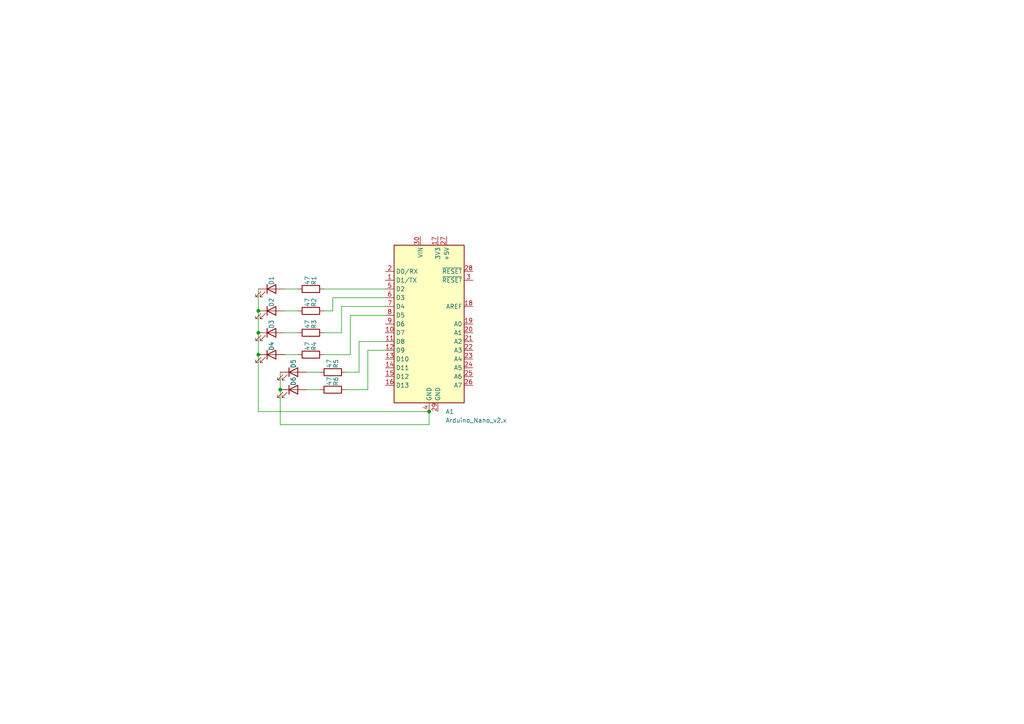
<source format=kicad_sch>
(kicad_sch
	(version 20231120)
	(generator "eeschema")
	(generator_version "8.0")
	(uuid "7966b607-d2b7-4f48-a4fc-a876c3848eb5")
	(paper "A4")
	(lib_symbols
		(symbol "Device:LED"
			(pin_numbers hide)
			(pin_names
				(offset 1.016) hide)
			(exclude_from_sim no)
			(in_bom yes)
			(on_board yes)
			(property "Reference" "D"
				(at 0 2.54 0)
				(effects
					(font
						(size 1.27 1.27)
					)
				)
			)
			(property "Value" "LED"
				(at 0 -2.54 0)
				(effects
					(font
						(size 1.27 1.27)
					)
				)
			)
			(property "Footprint" ""
				(at 0 0 0)
				(effects
					(font
						(size 1.27 1.27)
					)
					(hide yes)
				)
			)
			(property "Datasheet" "~"
				(at 0 0 0)
				(effects
					(font
						(size 1.27 1.27)
					)
					(hide yes)
				)
			)
			(property "Description" "Light emitting diode"
				(at 0 0 0)
				(effects
					(font
						(size 1.27 1.27)
					)
					(hide yes)
				)
			)
			(property "ki_keywords" "LED diode"
				(at 0 0 0)
				(effects
					(font
						(size 1.27 1.27)
					)
					(hide yes)
				)
			)
			(property "ki_fp_filters" "LED* LED_SMD:* LED_THT:*"
				(at 0 0 0)
				(effects
					(font
						(size 1.27 1.27)
					)
					(hide yes)
				)
			)
			(symbol "LED_0_1"
				(polyline
					(pts
						(xy -1.27 -1.27) (xy -1.27 1.27)
					)
					(stroke
						(width 0.254)
						(type default)
					)
					(fill
						(type none)
					)
				)
				(polyline
					(pts
						(xy -1.27 0) (xy 1.27 0)
					)
					(stroke
						(width 0)
						(type default)
					)
					(fill
						(type none)
					)
				)
				(polyline
					(pts
						(xy 1.27 -1.27) (xy 1.27 1.27) (xy -1.27 0) (xy 1.27 -1.27)
					)
					(stroke
						(width 0.254)
						(type default)
					)
					(fill
						(type none)
					)
				)
				(polyline
					(pts
						(xy -3.048 -0.762) (xy -4.572 -2.286) (xy -3.81 -2.286) (xy -4.572 -2.286) (xy -4.572 -1.524)
					)
					(stroke
						(width 0)
						(type default)
					)
					(fill
						(type none)
					)
				)
				(polyline
					(pts
						(xy -1.778 -0.762) (xy -3.302 -2.286) (xy -2.54 -2.286) (xy -3.302 -2.286) (xy -3.302 -1.524)
					)
					(stroke
						(width 0)
						(type default)
					)
					(fill
						(type none)
					)
				)
			)
			(symbol "LED_1_1"
				(pin passive line
					(at -3.81 0 0)
					(length 2.54)
					(name "K"
						(effects
							(font
								(size 1.27 1.27)
							)
						)
					)
					(number "1"
						(effects
							(font
								(size 1.27 1.27)
							)
						)
					)
				)
				(pin passive line
					(at 3.81 0 180)
					(length 2.54)
					(name "A"
						(effects
							(font
								(size 1.27 1.27)
							)
						)
					)
					(number "2"
						(effects
							(font
								(size 1.27 1.27)
							)
						)
					)
				)
			)
		)
		(symbol "Device:R"
			(pin_numbers hide)
			(pin_names
				(offset 0)
			)
			(exclude_from_sim no)
			(in_bom yes)
			(on_board yes)
			(property "Reference" "R"
				(at 2.032 0 90)
				(effects
					(font
						(size 1.27 1.27)
					)
				)
			)
			(property "Value" "R"
				(at 0 0 90)
				(effects
					(font
						(size 1.27 1.27)
					)
				)
			)
			(property "Footprint" ""
				(at -1.778 0 90)
				(effects
					(font
						(size 1.27 1.27)
					)
					(hide yes)
				)
			)
			(property "Datasheet" "~"
				(at 0 0 0)
				(effects
					(font
						(size 1.27 1.27)
					)
					(hide yes)
				)
			)
			(property "Description" "Resistor"
				(at 0 0 0)
				(effects
					(font
						(size 1.27 1.27)
					)
					(hide yes)
				)
			)
			(property "ki_keywords" "R res resistor"
				(at 0 0 0)
				(effects
					(font
						(size 1.27 1.27)
					)
					(hide yes)
				)
			)
			(property "ki_fp_filters" "R_*"
				(at 0 0 0)
				(effects
					(font
						(size 1.27 1.27)
					)
					(hide yes)
				)
			)
			(symbol "R_0_1"
				(rectangle
					(start -1.016 -2.54)
					(end 1.016 2.54)
					(stroke
						(width 0.254)
						(type default)
					)
					(fill
						(type none)
					)
				)
			)
			(symbol "R_1_1"
				(pin passive line
					(at 0 3.81 270)
					(length 1.27)
					(name "~"
						(effects
							(font
								(size 1.27 1.27)
							)
						)
					)
					(number "1"
						(effects
							(font
								(size 1.27 1.27)
							)
						)
					)
				)
				(pin passive line
					(at 0 -3.81 90)
					(length 1.27)
					(name "~"
						(effects
							(font
								(size 1.27 1.27)
							)
						)
					)
					(number "2"
						(effects
							(font
								(size 1.27 1.27)
							)
						)
					)
				)
			)
		)
		(symbol "MCU_Module:Arduino_Nano_v2.x"
			(exclude_from_sim no)
			(in_bom yes)
			(on_board yes)
			(property "Reference" "A"
				(at -10.16 23.495 0)
				(effects
					(font
						(size 1.27 1.27)
					)
					(justify left bottom)
				)
			)
			(property "Value" "Arduino_Nano_v2.x"
				(at 5.08 -24.13 0)
				(effects
					(font
						(size 1.27 1.27)
					)
					(justify left top)
				)
			)
			(property "Footprint" "Module:Arduino_Nano"
				(at 0 0 0)
				(effects
					(font
						(size 1.27 1.27)
						(italic yes)
					)
					(hide yes)
				)
			)
			(property "Datasheet" "https://www.arduino.cc/en/uploads/Main/ArduinoNanoManual23.pdf"
				(at 0 0 0)
				(effects
					(font
						(size 1.27 1.27)
					)
					(hide yes)
				)
			)
			(property "Description" "Arduino Nano v2.x"
				(at 0 0 0)
				(effects
					(font
						(size 1.27 1.27)
					)
					(hide yes)
				)
			)
			(property "ki_keywords" "Arduino nano microcontroller module USB"
				(at 0 0 0)
				(effects
					(font
						(size 1.27 1.27)
					)
					(hide yes)
				)
			)
			(property "ki_fp_filters" "Arduino*Nano*"
				(at 0 0 0)
				(effects
					(font
						(size 1.27 1.27)
					)
					(hide yes)
				)
			)
			(symbol "Arduino_Nano_v2.x_0_1"
				(rectangle
					(start -10.16 22.86)
					(end 10.16 -22.86)
					(stroke
						(width 0.254)
						(type default)
					)
					(fill
						(type background)
					)
				)
			)
			(symbol "Arduino_Nano_v2.x_1_1"
				(pin bidirectional line
					(at -12.7 12.7 0)
					(length 2.54)
					(name "D1/TX"
						(effects
							(font
								(size 1.27 1.27)
							)
						)
					)
					(number "1"
						(effects
							(font
								(size 1.27 1.27)
							)
						)
					)
				)
				(pin bidirectional line
					(at -12.7 -2.54 0)
					(length 2.54)
					(name "D7"
						(effects
							(font
								(size 1.27 1.27)
							)
						)
					)
					(number "10"
						(effects
							(font
								(size 1.27 1.27)
							)
						)
					)
				)
				(pin bidirectional line
					(at -12.7 -5.08 0)
					(length 2.54)
					(name "D8"
						(effects
							(font
								(size 1.27 1.27)
							)
						)
					)
					(number "11"
						(effects
							(font
								(size 1.27 1.27)
							)
						)
					)
				)
				(pin bidirectional line
					(at -12.7 -7.62 0)
					(length 2.54)
					(name "D9"
						(effects
							(font
								(size 1.27 1.27)
							)
						)
					)
					(number "12"
						(effects
							(font
								(size 1.27 1.27)
							)
						)
					)
				)
				(pin bidirectional line
					(at -12.7 -10.16 0)
					(length 2.54)
					(name "D10"
						(effects
							(font
								(size 1.27 1.27)
							)
						)
					)
					(number "13"
						(effects
							(font
								(size 1.27 1.27)
							)
						)
					)
				)
				(pin bidirectional line
					(at -12.7 -12.7 0)
					(length 2.54)
					(name "D11"
						(effects
							(font
								(size 1.27 1.27)
							)
						)
					)
					(number "14"
						(effects
							(font
								(size 1.27 1.27)
							)
						)
					)
				)
				(pin bidirectional line
					(at -12.7 -15.24 0)
					(length 2.54)
					(name "D12"
						(effects
							(font
								(size 1.27 1.27)
							)
						)
					)
					(number "15"
						(effects
							(font
								(size 1.27 1.27)
							)
						)
					)
				)
				(pin bidirectional line
					(at -12.7 -17.78 0)
					(length 2.54)
					(name "D13"
						(effects
							(font
								(size 1.27 1.27)
							)
						)
					)
					(number "16"
						(effects
							(font
								(size 1.27 1.27)
							)
						)
					)
				)
				(pin power_out line
					(at 2.54 25.4 270)
					(length 2.54)
					(name "3V3"
						(effects
							(font
								(size 1.27 1.27)
							)
						)
					)
					(number "17"
						(effects
							(font
								(size 1.27 1.27)
							)
						)
					)
				)
				(pin input line
					(at 12.7 5.08 180)
					(length 2.54)
					(name "AREF"
						(effects
							(font
								(size 1.27 1.27)
							)
						)
					)
					(number "18"
						(effects
							(font
								(size 1.27 1.27)
							)
						)
					)
				)
				(pin bidirectional line
					(at 12.7 0 180)
					(length 2.54)
					(name "A0"
						(effects
							(font
								(size 1.27 1.27)
							)
						)
					)
					(number "19"
						(effects
							(font
								(size 1.27 1.27)
							)
						)
					)
				)
				(pin bidirectional line
					(at -12.7 15.24 0)
					(length 2.54)
					(name "D0/RX"
						(effects
							(font
								(size 1.27 1.27)
							)
						)
					)
					(number "2"
						(effects
							(font
								(size 1.27 1.27)
							)
						)
					)
				)
				(pin bidirectional line
					(at 12.7 -2.54 180)
					(length 2.54)
					(name "A1"
						(effects
							(font
								(size 1.27 1.27)
							)
						)
					)
					(number "20"
						(effects
							(font
								(size 1.27 1.27)
							)
						)
					)
				)
				(pin bidirectional line
					(at 12.7 -5.08 180)
					(length 2.54)
					(name "A2"
						(effects
							(font
								(size 1.27 1.27)
							)
						)
					)
					(number "21"
						(effects
							(font
								(size 1.27 1.27)
							)
						)
					)
				)
				(pin bidirectional line
					(at 12.7 -7.62 180)
					(length 2.54)
					(name "A3"
						(effects
							(font
								(size 1.27 1.27)
							)
						)
					)
					(number "22"
						(effects
							(font
								(size 1.27 1.27)
							)
						)
					)
				)
				(pin bidirectional line
					(at 12.7 -10.16 180)
					(length 2.54)
					(name "A4"
						(effects
							(font
								(size 1.27 1.27)
							)
						)
					)
					(number "23"
						(effects
							(font
								(size 1.27 1.27)
							)
						)
					)
				)
				(pin bidirectional line
					(at 12.7 -12.7 180)
					(length 2.54)
					(name "A5"
						(effects
							(font
								(size 1.27 1.27)
							)
						)
					)
					(number "24"
						(effects
							(font
								(size 1.27 1.27)
							)
						)
					)
				)
				(pin bidirectional line
					(at 12.7 -15.24 180)
					(length 2.54)
					(name "A6"
						(effects
							(font
								(size 1.27 1.27)
							)
						)
					)
					(number "25"
						(effects
							(font
								(size 1.27 1.27)
							)
						)
					)
				)
				(pin bidirectional line
					(at 12.7 -17.78 180)
					(length 2.54)
					(name "A7"
						(effects
							(font
								(size 1.27 1.27)
							)
						)
					)
					(number "26"
						(effects
							(font
								(size 1.27 1.27)
							)
						)
					)
				)
				(pin power_out line
					(at 5.08 25.4 270)
					(length 2.54)
					(name "+5V"
						(effects
							(font
								(size 1.27 1.27)
							)
						)
					)
					(number "27"
						(effects
							(font
								(size 1.27 1.27)
							)
						)
					)
				)
				(pin input line
					(at 12.7 15.24 180)
					(length 2.54)
					(name "~{RESET}"
						(effects
							(font
								(size 1.27 1.27)
							)
						)
					)
					(number "28"
						(effects
							(font
								(size 1.27 1.27)
							)
						)
					)
				)
				(pin power_in line
					(at 2.54 -25.4 90)
					(length 2.54)
					(name "GND"
						(effects
							(font
								(size 1.27 1.27)
							)
						)
					)
					(number "29"
						(effects
							(font
								(size 1.27 1.27)
							)
						)
					)
				)
				(pin input line
					(at 12.7 12.7 180)
					(length 2.54)
					(name "~{RESET}"
						(effects
							(font
								(size 1.27 1.27)
							)
						)
					)
					(number "3"
						(effects
							(font
								(size 1.27 1.27)
							)
						)
					)
				)
				(pin power_in line
					(at -2.54 25.4 270)
					(length 2.54)
					(name "VIN"
						(effects
							(font
								(size 1.27 1.27)
							)
						)
					)
					(number "30"
						(effects
							(font
								(size 1.27 1.27)
							)
						)
					)
				)
				(pin power_in line
					(at 0 -25.4 90)
					(length 2.54)
					(name "GND"
						(effects
							(font
								(size 1.27 1.27)
							)
						)
					)
					(number "4"
						(effects
							(font
								(size 1.27 1.27)
							)
						)
					)
				)
				(pin bidirectional line
					(at -12.7 10.16 0)
					(length 2.54)
					(name "D2"
						(effects
							(font
								(size 1.27 1.27)
							)
						)
					)
					(number "5"
						(effects
							(font
								(size 1.27 1.27)
							)
						)
					)
				)
				(pin bidirectional line
					(at -12.7 7.62 0)
					(length 2.54)
					(name "D3"
						(effects
							(font
								(size 1.27 1.27)
							)
						)
					)
					(number "6"
						(effects
							(font
								(size 1.27 1.27)
							)
						)
					)
				)
				(pin bidirectional line
					(at -12.7 5.08 0)
					(length 2.54)
					(name "D4"
						(effects
							(font
								(size 1.27 1.27)
							)
						)
					)
					(number "7"
						(effects
							(font
								(size 1.27 1.27)
							)
						)
					)
				)
				(pin bidirectional line
					(at -12.7 2.54 0)
					(length 2.54)
					(name "D5"
						(effects
							(font
								(size 1.27 1.27)
							)
						)
					)
					(number "8"
						(effects
							(font
								(size 1.27 1.27)
							)
						)
					)
				)
				(pin bidirectional line
					(at -12.7 0 0)
					(length 2.54)
					(name "D6"
						(effects
							(font
								(size 1.27 1.27)
							)
						)
					)
					(number "9"
						(effects
							(font
								(size 1.27 1.27)
							)
						)
					)
				)
			)
		)
	)
	(junction
		(at 81.28 113.03)
		(diameter 0)
		(color 0 0 0 0)
		(uuid "0b19a835-eabd-4e41-b5dc-f341a5a4ab04")
	)
	(junction
		(at 74.93 102.87)
		(diameter 0)
		(color 0 0 0 0)
		(uuid "18afaf07-74c6-439d-be7d-91c11a38623c")
	)
	(junction
		(at 74.93 96.52)
		(diameter 0)
		(color 0 0 0 0)
		(uuid "91cc26f1-d815-47da-965c-df5f3c0eef32")
	)
	(junction
		(at 124.46 119.38)
		(diameter 0)
		(color 0 0 0 0)
		(uuid "cd1f7dc3-aa7d-46ee-884f-2c2cfe9e9d5f")
	)
	(junction
		(at 74.93 90.17)
		(diameter 0)
		(color 0 0 0 0)
		(uuid "f6a13b20-c088-4d54-b47b-06b058e49341")
	)
	(wire
		(pts
			(xy 74.93 90.17) (xy 74.93 96.52)
		)
		(stroke
			(width 0)
			(type default)
		)
		(uuid "013f6529-2814-4177-91da-0e3db31659d8")
	)
	(wire
		(pts
			(xy 82.55 102.87) (xy 86.36 102.87)
		)
		(stroke
			(width 0)
			(type default)
		)
		(uuid "04995ee2-2a08-4364-b46b-2cbe3470bdec")
	)
	(wire
		(pts
			(xy 106.68 101.6) (xy 106.68 113.03)
		)
		(stroke
			(width 0)
			(type default)
		)
		(uuid "07b2965b-46e3-458d-a5b8-0bc4f4032ee2")
	)
	(wire
		(pts
			(xy 111.76 99.06) (xy 104.14 99.06)
		)
		(stroke
			(width 0)
			(type default)
		)
		(uuid "0a5e3343-b678-4916-bdf9-ff107d2d282b")
	)
	(wire
		(pts
			(xy 81.28 107.95) (xy 81.28 113.03)
		)
		(stroke
			(width 0)
			(type default)
		)
		(uuid "0e5b8d66-b9ab-411d-a14d-d4d37c28f1aa")
	)
	(wire
		(pts
			(xy 82.55 96.52) (xy 86.36 96.52)
		)
		(stroke
			(width 0)
			(type default)
		)
		(uuid "0eab5811-9462-469b-85f8-31ad62d56f02")
	)
	(wire
		(pts
			(xy 88.9 113.03) (xy 92.71 113.03)
		)
		(stroke
			(width 0)
			(type default)
		)
		(uuid "13697055-bbe4-4983-95db-7010379f3c2b")
	)
	(wire
		(pts
			(xy 74.93 119.38) (xy 74.93 102.87)
		)
		(stroke
			(width 0)
			(type default)
		)
		(uuid "1a29220a-fccb-4806-978f-799cbef5a48c")
	)
	(wire
		(pts
			(xy 93.98 102.87) (xy 101.6 102.87)
		)
		(stroke
			(width 0)
			(type default)
		)
		(uuid "2577e5a4-5d2c-416b-b133-5fac77f43457")
	)
	(wire
		(pts
			(xy 81.28 123.19) (xy 124.46 123.19)
		)
		(stroke
			(width 0)
			(type default)
		)
		(uuid "3be692b3-51bc-4884-880d-4abf7797ab4c")
	)
	(wire
		(pts
			(xy 99.06 96.52) (xy 93.98 96.52)
		)
		(stroke
			(width 0)
			(type default)
		)
		(uuid "405b163e-1cd2-447f-945a-98049170abec")
	)
	(wire
		(pts
			(xy 82.55 90.17) (xy 86.36 90.17)
		)
		(stroke
			(width 0)
			(type default)
		)
		(uuid "45828d68-268d-4b9e-9e65-991492bd641a")
	)
	(wire
		(pts
			(xy 124.46 123.19) (xy 124.46 119.38)
		)
		(stroke
			(width 0)
			(type default)
		)
		(uuid "54f23853-dce2-4e32-b698-daf610b83073")
	)
	(wire
		(pts
			(xy 96.52 86.36) (xy 96.52 90.17)
		)
		(stroke
			(width 0)
			(type default)
		)
		(uuid "6a047390-ccbf-4371-accd-9ccee055b31d")
	)
	(wire
		(pts
			(xy 88.9 107.95) (xy 92.71 107.95)
		)
		(stroke
			(width 0)
			(type default)
		)
		(uuid "6c113715-3023-477d-ae19-2920afa20816")
	)
	(wire
		(pts
			(xy 111.76 91.44) (xy 101.6 91.44)
		)
		(stroke
			(width 0)
			(type default)
		)
		(uuid "767ad3a1-02d4-4296-ad2f-7b1b9ee0d3fa")
	)
	(wire
		(pts
			(xy 96.52 90.17) (xy 93.98 90.17)
		)
		(stroke
			(width 0)
			(type default)
		)
		(uuid "7d01d997-0cd2-4563-a56b-750071f22cf0")
	)
	(wire
		(pts
			(xy 101.6 91.44) (xy 101.6 102.87)
		)
		(stroke
			(width 0)
			(type default)
		)
		(uuid "865f70c4-2af4-44ac-a4da-ded51b681a23")
	)
	(wire
		(pts
			(xy 104.14 107.95) (xy 100.33 107.95)
		)
		(stroke
			(width 0)
			(type default)
		)
		(uuid "884731cd-97f6-45c2-8480-b9fa4249e2a6")
	)
	(wire
		(pts
			(xy 106.68 113.03) (xy 100.33 113.03)
		)
		(stroke
			(width 0)
			(type default)
		)
		(uuid "a27ca8e5-04f0-4d43-be63-27c02c55301c")
	)
	(wire
		(pts
			(xy 99.06 88.9) (xy 111.76 88.9)
		)
		(stroke
			(width 0)
			(type default)
		)
		(uuid "b451bbbd-f71a-4dc8-8fcb-9f5b82da1eb8")
	)
	(wire
		(pts
			(xy 111.76 86.36) (xy 96.52 86.36)
		)
		(stroke
			(width 0)
			(type default)
		)
		(uuid "c2b34b3c-a344-4bf6-8c59-750d6ddd8fec")
	)
	(wire
		(pts
			(xy 99.06 88.9) (xy 99.06 96.52)
		)
		(stroke
			(width 0)
			(type default)
		)
		(uuid "c3343178-1317-4c45-a7af-41a1413ba333")
	)
	(wire
		(pts
			(xy 111.76 101.6) (xy 106.68 101.6)
		)
		(stroke
			(width 0)
			(type default)
		)
		(uuid "cb499dc9-1a31-4dcd-8551-1e6a42597657")
	)
	(wire
		(pts
			(xy 104.14 99.06) (xy 104.14 107.95)
		)
		(stroke
			(width 0)
			(type default)
		)
		(uuid "e93c039d-30c7-4141-9ea4-7b041ab0b67d")
	)
	(wire
		(pts
			(xy 124.46 119.38) (xy 74.93 119.38)
		)
		(stroke
			(width 0)
			(type default)
		)
		(uuid "ec0c275a-2f83-4096-89fe-8ebc0816f3c0")
	)
	(wire
		(pts
			(xy 93.98 83.82) (xy 111.76 83.82)
		)
		(stroke
			(width 0)
			(type default)
		)
		(uuid "f09a6c26-3fe7-4da6-8385-0691fce08ae3")
	)
	(wire
		(pts
			(xy 82.55 83.82) (xy 86.36 83.82)
		)
		(stroke
			(width 0)
			(type default)
		)
		(uuid "f1d41ff4-ed16-48d5-a39f-7cd1cd0eecbc")
	)
	(wire
		(pts
			(xy 74.93 83.82) (xy 74.93 90.17)
		)
		(stroke
			(width 0)
			(type default)
		)
		(uuid "f9ef41dc-c663-426e-b85b-445313f8b640")
	)
	(wire
		(pts
			(xy 81.28 113.03) (xy 81.28 123.19)
		)
		(stroke
			(width 0)
			(type default)
		)
		(uuid "fc8315f9-b687-47c9-b4e8-4b430a3d3034")
	)
	(wire
		(pts
			(xy 74.93 96.52) (xy 74.93 102.87)
		)
		(stroke
			(width 0)
			(type default)
		)
		(uuid "fcaa26e5-3392-43bc-b3c0-3fd000262cc0")
	)
	(symbol
		(lib_id "Device:R")
		(at 90.17 102.87 90)
		(unit 1)
		(exclude_from_sim no)
		(in_bom yes)
		(on_board yes)
		(dnp no)
		(uuid "06fc290a-eaef-447c-82ea-fe62fda20677")
		(property "Reference" "R4"
			(at 91.0591 99.06 0)
			(effects
				(font
					(size 1.27 1.27)
				)
				(justify right)
			)
		)
		(property "Value" "47"
			(at 89.154 99.06 0)
			(effects
				(font
					(size 1.27 1.27)
				)
				(justify right)
			)
		)
		(property "Footprint" "LED_SMD:LED_0201_0603Metric"
			(at 90.17 104.648 90)
			(effects
				(font
					(size 1.27 1.27)
				)
				(hide yes)
			)
		)
		(property "Datasheet" "~"
			(at 90.17 102.87 0)
			(effects
				(font
					(size 1.27 1.27)
				)
				(hide yes)
			)
		)
		(property "Description" "Resistor"
			(at 90.17 102.87 0)
			(effects
				(font
					(size 1.27 1.27)
				)
				(hide yes)
			)
		)
		(pin "2"
			(uuid "6da15566-b9ab-46dd-b9f9-be73861d3715")
		)
		(pin "1"
			(uuid "ea44a705-9fd7-4a79-ab14-4432b0d3d738")
		)
		(instances
			(project "badge_template"
				(path "/7966b607-d2b7-4f48-a4fc-a876c3848eb5"
					(reference "R4")
					(unit 1)
				)
			)
		)
	)
	(symbol
		(lib_id "Device:R")
		(at 90.17 96.52 90)
		(unit 1)
		(exclude_from_sim no)
		(in_bom yes)
		(on_board yes)
		(dnp no)
		(uuid "1903dc06-65e9-46a1-9e83-61d6073fb081")
		(property "Reference" "R3"
			(at 91.0591 92.71 0)
			(effects
				(font
					(size 1.27 1.27)
				)
				(justify right)
			)
		)
		(property "Value" "47"
			(at 89.154 92.71 0)
			(effects
				(font
					(size 1.27 1.27)
				)
				(justify right)
			)
		)
		(property "Footprint" "LED_SMD:LED_0201_0603Metric"
			(at 90.17 98.298 90)
			(effects
				(font
					(size 1.27 1.27)
				)
				(hide yes)
			)
		)
		(property "Datasheet" "~"
			(at 90.17 96.52 0)
			(effects
				(font
					(size 1.27 1.27)
				)
				(hide yes)
			)
		)
		(property "Description" "Resistor"
			(at 90.17 96.52 0)
			(effects
				(font
					(size 1.27 1.27)
				)
				(hide yes)
			)
		)
		(pin "2"
			(uuid "67b117e2-e61e-45b0-9643-1b78de7155b1")
		)
		(pin "1"
			(uuid "eeadab53-0b2a-4d81-8d2f-e9304b0698ab")
		)
		(instances
			(project "badge_template"
				(path "/7966b607-d2b7-4f48-a4fc-a876c3848eb5"
					(reference "R3")
					(unit 1)
				)
			)
		)
	)
	(symbol
		(lib_id "Device:LED")
		(at 85.09 107.95 0)
		(unit 1)
		(exclude_from_sim no)
		(in_bom yes)
		(on_board yes)
		(dnp no)
		(uuid "325ff755-ca85-4c18-92ef-469401cd5b74")
		(property "Reference" "D5"
			(at 85.09 104.14 90)
			(effects
				(font
					(size 1.27 1.27)
				)
				(justify right)
			)
		)
		(property "Value" "LED"
			(at 82.2326 111.76 90)
			(effects
				(font
					(size 1.27 1.27)
				)
				(justify right)
				(hide yes)
			)
		)
		(property "Footprint" "LED_SMD:LED_0603_1608Metric"
			(at 85.09 107.95 0)
			(effects
				(font
					(size 1.27 1.27)
				)
				(hide yes)
			)
		)
		(property "Datasheet" "~"
			(at 85.09 107.95 0)
			(effects
				(font
					(size 1.27 1.27)
				)
				(hide yes)
			)
		)
		(property "Description" "Light emitting diode"
			(at 85.09 107.95 0)
			(effects
				(font
					(size 1.27 1.27)
				)
				(hide yes)
			)
		)
		(pin "1"
			(uuid "a318bc96-9688-4506-9e77-3c2a44e33aba")
		)
		(pin "2"
			(uuid "1bf93122-d519-4dc3-a099-2c4d4afee3a4")
		)
		(instances
			(project "badge_template"
				(path "/7966b607-d2b7-4f48-a4fc-a876c3848eb5"
					(reference "D5")
					(unit 1)
				)
			)
		)
	)
	(symbol
		(lib_id "Device:LED")
		(at 78.74 102.87 0)
		(unit 1)
		(exclude_from_sim no)
		(in_bom yes)
		(on_board yes)
		(dnp no)
		(uuid "66f11f65-cddd-40dd-a81f-af9af4a29f8c")
		(property "Reference" "D4"
			(at 78.74 99.06 90)
			(effects
				(font
					(size 1.27 1.27)
				)
				(justify right)
			)
		)
		(property "Value" "LED"
			(at 75.8826 106.68 90)
			(effects
				(font
					(size 1.27 1.27)
				)
				(justify right)
				(hide yes)
			)
		)
		(property "Footprint" "LED_SMD:LED_0603_1608Metric"
			(at 78.74 102.87 0)
			(effects
				(font
					(size 1.27 1.27)
				)
				(hide yes)
			)
		)
		(property "Datasheet" "~"
			(at 78.74 102.87 0)
			(effects
				(font
					(size 1.27 1.27)
				)
				(hide yes)
			)
		)
		(property "Description" "Light emitting diode"
			(at 78.74 102.87 0)
			(effects
				(font
					(size 1.27 1.27)
				)
				(hide yes)
			)
		)
		(pin "1"
			(uuid "7648eef5-90dc-4b5f-ab9e-0deb4dee277a")
		)
		(pin "2"
			(uuid "1363bbbe-8373-44d0-9d3d-536e1ce51e56")
		)
		(instances
			(project "badge_template"
				(path "/7966b607-d2b7-4f48-a4fc-a876c3848eb5"
					(reference "D4")
					(unit 1)
				)
			)
		)
	)
	(symbol
		(lib_id "Device:R")
		(at 90.17 83.82 90)
		(unit 1)
		(exclude_from_sim no)
		(in_bom yes)
		(on_board yes)
		(dnp no)
		(uuid "6b097671-5f4b-4905-a64f-5beaa46d0977")
		(property "Reference" "R1"
			(at 91.0591 80.01 0)
			(effects
				(font
					(size 1.27 1.27)
				)
				(justify right)
			)
		)
		(property "Value" "47"
			(at 89.154 80.01 0)
			(effects
				(font
					(size 1.27 1.27)
				)
				(justify right)
			)
		)
		(property "Footprint" "LED_SMD:LED_0201_0603Metric"
			(at 90.17 85.598 90)
			(effects
				(font
					(size 1.27 1.27)
				)
				(hide yes)
			)
		)
		(property "Datasheet" "~"
			(at 90.17 83.82 0)
			(effects
				(font
					(size 1.27 1.27)
				)
				(hide yes)
			)
		)
		(property "Description" "Resistor"
			(at 90.17 83.82 0)
			(effects
				(font
					(size 1.27 1.27)
				)
				(hide yes)
			)
		)
		(pin "2"
			(uuid "0eb8556f-dc65-4756-96a9-05b1f24516d9")
		)
		(pin "1"
			(uuid "01e794cc-6b41-4c6d-801e-4f3475b61f0c")
		)
		(instances
			(project "badge_template"
				(path "/7966b607-d2b7-4f48-a4fc-a876c3848eb5"
					(reference "R1")
					(unit 1)
				)
			)
		)
	)
	(symbol
		(lib_id "Device:LED")
		(at 85.09 113.03 0)
		(unit 1)
		(exclude_from_sim no)
		(in_bom yes)
		(on_board yes)
		(dnp no)
		(uuid "7c298388-cb1b-4870-9dad-5c146c0a18f3")
		(property "Reference" "D6"
			(at 85.09 109.22 90)
			(effects
				(font
					(size 1.27 1.27)
				)
				(justify right)
			)
		)
		(property "Value" "LED"
			(at 82.2326 116.84 90)
			(effects
				(font
					(size 1.27 1.27)
				)
				(justify right)
				(hide yes)
			)
		)
		(property "Footprint" "LED_SMD:LED_0603_1608Metric"
			(at 85.09 113.03 0)
			(effects
				(font
					(size 1.27 1.27)
				)
				(hide yes)
			)
		)
		(property "Datasheet" "~"
			(at 85.09 113.03 0)
			(effects
				(font
					(size 1.27 1.27)
				)
				(hide yes)
			)
		)
		(property "Description" "Light emitting diode"
			(at 85.09 113.03 0)
			(effects
				(font
					(size 1.27 1.27)
				)
				(hide yes)
			)
		)
		(pin "1"
			(uuid "9915bc46-ff19-4f91-adc8-8b6ceb16efd9")
		)
		(pin "2"
			(uuid "bbea3f5b-bc34-48f0-b42a-be4789e7524a")
		)
		(instances
			(project "badge_template"
				(path "/7966b607-d2b7-4f48-a4fc-a876c3848eb5"
					(reference "D6")
					(unit 1)
				)
			)
		)
	)
	(symbol
		(lib_id "Device:R")
		(at 96.52 107.95 90)
		(unit 1)
		(exclude_from_sim no)
		(in_bom yes)
		(on_board yes)
		(dnp no)
		(uuid "7e79e56a-c6e1-4116-97cd-16a95c9493f7")
		(property "Reference" "R5"
			(at 97.4091 104.14 0)
			(effects
				(font
					(size 1.27 1.27)
				)
				(justify right)
			)
		)
		(property "Value" "47"
			(at 95.504 104.14 0)
			(effects
				(font
					(size 1.27 1.27)
				)
				(justify right)
			)
		)
		(property "Footprint" "LED_SMD:LED_0201_0603Metric"
			(at 96.52 109.728 90)
			(effects
				(font
					(size 1.27 1.27)
				)
				(hide yes)
			)
		)
		(property "Datasheet" "~"
			(at 96.52 107.95 0)
			(effects
				(font
					(size 1.27 1.27)
				)
				(hide yes)
			)
		)
		(property "Description" "Resistor"
			(at 96.52 107.95 0)
			(effects
				(font
					(size 1.27 1.27)
				)
				(hide yes)
			)
		)
		(pin "2"
			(uuid "cde20b62-8405-48be-9260-c0aab14babb3")
		)
		(pin "1"
			(uuid "91ae2df7-edcb-43fb-bf40-8af111749ced")
		)
		(instances
			(project "badge_template"
				(path "/7966b607-d2b7-4f48-a4fc-a876c3848eb5"
					(reference "R5")
					(unit 1)
				)
			)
		)
	)
	(symbol
		(lib_id "Device:LED")
		(at 78.74 83.82 0)
		(unit 1)
		(exclude_from_sim no)
		(in_bom yes)
		(on_board yes)
		(dnp no)
		(uuid "806f3f0c-bbb9-42ba-861c-b1ff6a61771c")
		(property "Reference" "D1"
			(at 78.74 80.01 90)
			(effects
				(font
					(size 1.27 1.27)
				)
				(justify right)
			)
		)
		(property "Value" "LED"
			(at 75.8826 87.63 90)
			(effects
				(font
					(size 1.27 1.27)
				)
				(justify right)
				(hide yes)
			)
		)
		(property "Footprint" "LED_SMD:LED_0603_1608Metric"
			(at 78.74 83.82 0)
			(effects
				(font
					(size 1.27 1.27)
				)
				(hide yes)
			)
		)
		(property "Datasheet" "~"
			(at 78.74 83.82 0)
			(effects
				(font
					(size 1.27 1.27)
				)
				(hide yes)
			)
		)
		(property "Description" "Light emitting diode"
			(at 78.74 83.82 0)
			(effects
				(font
					(size 1.27 1.27)
				)
				(hide yes)
			)
		)
		(pin "1"
			(uuid "6a3f2b66-b9fd-4505-8899-1eaa636c5e64")
		)
		(pin "2"
			(uuid "cfea053f-b7cc-44c1-a58f-b88cbfcaac94")
		)
		(instances
			(project "badge_template"
				(path "/7966b607-d2b7-4f48-a4fc-a876c3848eb5"
					(reference "D1")
					(unit 1)
				)
			)
		)
	)
	(symbol
		(lib_id "Device:LED")
		(at 78.74 90.17 0)
		(unit 1)
		(exclude_from_sim no)
		(in_bom yes)
		(on_board yes)
		(dnp no)
		(uuid "a248e232-66f1-4462-a71f-c13fc7d62e86")
		(property "Reference" "D2"
			(at 78.74 86.36 90)
			(effects
				(font
					(size 1.27 1.27)
				)
				(justify right)
			)
		)
		(property "Value" "LED"
			(at 75.8826 93.98 90)
			(effects
				(font
					(size 1.27 1.27)
				)
				(justify right)
				(hide yes)
			)
		)
		(property "Footprint" "LED_SMD:LED_0603_1608Metric"
			(at 78.74 90.17 0)
			(effects
				(font
					(size 1.27 1.27)
				)
				(hide yes)
			)
		)
		(property "Datasheet" "~"
			(at 78.74 90.17 0)
			(effects
				(font
					(size 1.27 1.27)
				)
				(hide yes)
			)
		)
		(property "Description" "Light emitting diode"
			(at 78.74 90.17 0)
			(effects
				(font
					(size 1.27 1.27)
				)
				(hide yes)
			)
		)
		(pin "1"
			(uuid "34229bcf-8442-45a6-afa2-498e9391b6b5")
		)
		(pin "2"
			(uuid "28f0c705-842d-4872-bda8-a896131d5861")
		)
		(instances
			(project "badge_template"
				(path "/7966b607-d2b7-4f48-a4fc-a876c3848eb5"
					(reference "D2")
					(unit 1)
				)
			)
		)
	)
	(symbol
		(lib_id "Device:R")
		(at 96.52 113.03 90)
		(unit 1)
		(exclude_from_sim no)
		(in_bom yes)
		(on_board yes)
		(dnp no)
		(uuid "b61023e0-67e5-4711-b84c-c151f4ade89e")
		(property "Reference" "R6"
			(at 97.4091 109.22 0)
			(effects
				(font
					(size 1.27 1.27)
				)
				(justify right)
			)
		)
		(property "Value" "47"
			(at 95.504 109.22 0)
			(effects
				(font
					(size 1.27 1.27)
				)
				(justify right)
			)
		)
		(property "Footprint" "LED_SMD:LED_0201_0603Metric"
			(at 96.52 114.808 90)
			(effects
				(font
					(size 1.27 1.27)
				)
				(hide yes)
			)
		)
		(property "Datasheet" "~"
			(at 96.52 113.03 0)
			(effects
				(font
					(size 1.27 1.27)
				)
				(hide yes)
			)
		)
		(property "Description" "Resistor"
			(at 96.52 113.03 0)
			(effects
				(font
					(size 1.27 1.27)
				)
				(hide yes)
			)
		)
		(pin "2"
			(uuid "3b75ba6e-5f3b-46eb-afd2-eed964a7db4d")
		)
		(pin "1"
			(uuid "73ed3bd1-fd47-4e1b-a74d-9f2882e4c85a")
		)
		(instances
			(project "badge_template"
				(path "/7966b607-d2b7-4f48-a4fc-a876c3848eb5"
					(reference "R6")
					(unit 1)
				)
			)
		)
	)
	(symbol
		(lib_id "MCU_Module:Arduino_Nano_v2.x")
		(at 124.46 93.98 0)
		(unit 1)
		(exclude_from_sim no)
		(in_bom yes)
		(on_board yes)
		(dnp no)
		(fields_autoplaced yes)
		(uuid "cc715401-475b-483a-bda9-3df4991f5b8c")
		(property "Reference" "A1"
			(at 129.1941 119.38 0)
			(effects
				(font
					(size 1.27 1.27)
				)
				(justify left)
			)
		)
		(property "Value" "Arduino_Nano_v2.x"
			(at 129.1941 121.92 0)
			(effects
				(font
					(size 1.27 1.27)
				)
				(justify left)
			)
		)
		(property "Footprint" "Module:Arduino_Nano"
			(at 124.46 93.98 0)
			(effects
				(font
					(size 1.27 1.27)
					(italic yes)
				)
				(hide yes)
			)
		)
		(property "Datasheet" "https://www.arduino.cc/en/uploads/Main/ArduinoNanoManual23.pdf"
			(at 124.46 93.98 0)
			(effects
				(font
					(size 1.27 1.27)
				)
				(hide yes)
			)
		)
		(property "Description" "Arduino Nano v2.x"
			(at 124.46 93.98 0)
			(effects
				(font
					(size 1.27 1.27)
				)
				(hide yes)
			)
		)
		(pin "12"
			(uuid "2691b5d5-4ce3-4cba-84fa-d7bf51214136")
		)
		(pin "14"
			(uuid "f067121e-0fc0-4db6-a4f2-38c08345b07b")
		)
		(pin "19"
			(uuid "db867637-bff5-4253-8cc6-16375b73e2c5")
		)
		(pin "23"
			(uuid "895ff4d9-043c-40e0-82cf-c4ab9d3ee6ac")
		)
		(pin "1"
			(uuid "cbfbd658-f016-441b-a94b-83a7d037d893")
		)
		(pin "29"
			(uuid "f88e66a3-7ce3-4983-9d78-b2ec89d77af8")
		)
		(pin "3"
			(uuid "a51509c4-6371-42b3-8084-5b4e73c3ceeb")
		)
		(pin "7"
			(uuid "e6817090-2045-42f8-9761-77305b3f2871")
		)
		(pin "8"
			(uuid "5c7d220a-9258-427d-a849-186c20c91922")
		)
		(pin "20"
			(uuid "a7e64706-0339-4fae-899a-5e19464daf2a")
		)
		(pin "16"
			(uuid "a4d77e89-3328-492b-8213-686f871c4258")
		)
		(pin "9"
			(uuid "55fd591f-5a00-42e5-8fbb-f5e989a70282")
		)
		(pin "30"
			(uuid "271563cd-e763-42b8-80f1-3e8fa54cdffb")
		)
		(pin "10"
			(uuid "f34817b6-3932-4bda-b614-5865271c4360")
		)
		(pin "26"
			(uuid "e7543086-4d29-4302-bbfa-e7e2aa6de25f")
		)
		(pin "24"
			(uuid "ea50b7ad-4e1b-490a-bee9-bc7169ec7672")
		)
		(pin "11"
			(uuid "01576ad8-06fb-4de6-aabc-f6b25e69bfa5")
		)
		(pin "18"
			(uuid "21dcaa22-867f-4924-af63-51595923b03b")
		)
		(pin "28"
			(uuid "b9db131c-e3eb-4f6c-8645-2b03e23090d4")
		)
		(pin "6"
			(uuid "1798cdc3-46ad-41e8-b010-6cf20506552e")
		)
		(pin "15"
			(uuid "93d0a14a-a5a4-483e-b88f-a900d463dbaf")
		)
		(pin "17"
			(uuid "bae27b65-faa3-48ab-918f-9642705dabb8")
		)
		(pin "2"
			(uuid "0e89f931-bf11-4fab-917b-049793de123c")
		)
		(pin "21"
			(uuid "b62fa2ac-2591-4817-b57c-f6387dd3192d")
		)
		(pin "22"
			(uuid "d0cb87f4-c608-4d83-87c9-e6c1ea5976cb")
		)
		(pin "25"
			(uuid "f5a0d547-fc79-4126-979c-1b620e14ebaa")
		)
		(pin "27"
			(uuid "4c93b608-30d2-4793-b0a5-40197bb8faea")
		)
		(pin "4"
			(uuid "969bcee8-59e6-4a3b-be96-37c1bf5af596")
		)
		(pin "5"
			(uuid "8375cac6-4333-47c8-99bb-3391e5ca3a76")
		)
		(pin "13"
			(uuid "ebfb4811-51dc-4634-b3ea-c66a7ee230fe")
		)
		(instances
			(project ""
				(path "/7966b607-d2b7-4f48-a4fc-a876c3848eb5"
					(reference "A1")
					(unit 1)
				)
			)
		)
	)
	(symbol
		(lib_id "Device:R")
		(at 90.17 90.17 90)
		(unit 1)
		(exclude_from_sim no)
		(in_bom yes)
		(on_board yes)
		(dnp no)
		(uuid "dac67712-cbfc-4162-9c46-3d78ad9fdd09")
		(property "Reference" "R2"
			(at 91.0591 86.36 0)
			(effects
				(font
					(size 1.27 1.27)
				)
				(justify right)
			)
		)
		(property "Value" "47"
			(at 89.154 86.36 0)
			(effects
				(font
					(size 1.27 1.27)
				)
				(justify right)
			)
		)
		(property "Footprint" "LED_SMD:LED_0201_0603Metric"
			(at 90.17 91.948 90)
			(effects
				(font
					(size 1.27 1.27)
				)
				(hide yes)
			)
		)
		(property "Datasheet" "~"
			(at 90.17 90.17 0)
			(effects
				(font
					(size 1.27 1.27)
				)
				(hide yes)
			)
		)
		(property "Description" "Resistor"
			(at 90.17 90.17 0)
			(effects
				(font
					(size 1.27 1.27)
				)
				(hide yes)
			)
		)
		(pin "2"
			(uuid "ca2420c3-a814-4ad2-8db9-9a1faa08a775")
		)
		(pin "1"
			(uuid "9b09dbc1-33c4-4ae6-99e9-ef298338aedf")
		)
		(instances
			(project "badge_template"
				(path "/7966b607-d2b7-4f48-a4fc-a876c3848eb5"
					(reference "R2")
					(unit 1)
				)
			)
		)
	)
	(symbol
		(lib_id "Device:LED")
		(at 78.74 96.52 0)
		(unit 1)
		(exclude_from_sim no)
		(in_bom yes)
		(on_board yes)
		(dnp no)
		(uuid "e604f00f-beca-478f-b593-64db5fe3a691")
		(property "Reference" "D3"
			(at 78.74 92.71 90)
			(effects
				(font
					(size 1.27 1.27)
				)
				(justify right)
			)
		)
		(property "Value" "LED"
			(at 75.8826 100.33 90)
			(effects
				(font
					(size 1.27 1.27)
				)
				(justify right)
				(hide yes)
			)
		)
		(property "Footprint" "LED_SMD:LED_0603_1608Metric"
			(at 78.74 96.52 0)
			(effects
				(font
					(size 1.27 1.27)
				)
				(hide yes)
			)
		)
		(property "Datasheet" "~"
			(at 78.74 96.52 0)
			(effects
				(font
					(size 1.27 1.27)
				)
				(hide yes)
			)
		)
		(property "Description" "Light emitting diode"
			(at 78.74 96.52 0)
			(effects
				(font
					(size 1.27 1.27)
				)
				(hide yes)
			)
		)
		(pin "1"
			(uuid "400b426a-b048-44c5-9de9-d738fd956867")
		)
		(pin "2"
			(uuid "f8b9a6e0-a245-4136-be45-90146948b1d4")
		)
		(instances
			(project "badge_template"
				(path "/7966b607-d2b7-4f48-a4fc-a876c3848eb5"
					(reference "D3")
					(unit 1)
				)
			)
		)
	)
	(sheet_instances
		(path "/"
			(page "1")
		)
	)
)

</source>
